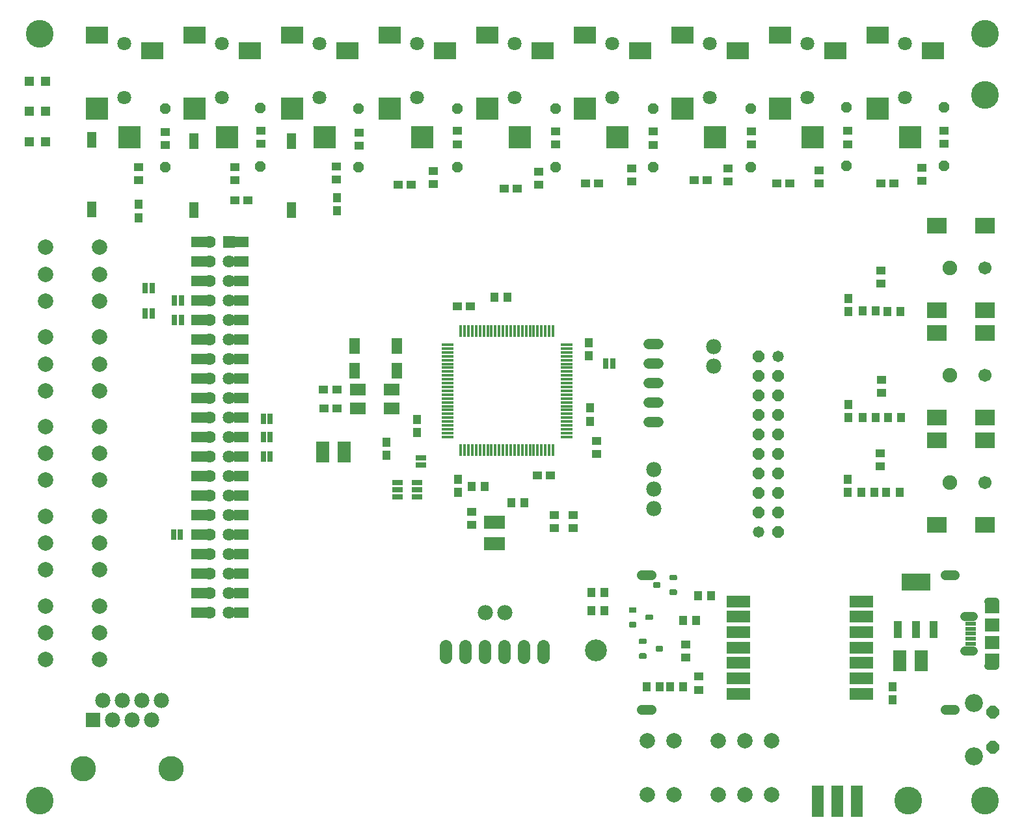
<source format=gts>
G04 EAGLE Gerber RS-274X export*
G75*
%MOMM*%
%FSLAX34Y34*%
%LPD*%
%INSoldermask Top*%
%IPPOS*%
%AMOC8*
5,1,8,0,0,1.08239X$1,22.5*%
G01*
%ADD10C,3.601600*%
%ADD11R,1.101600X2.201600*%
%ADD12R,3.801600X2.201600*%
%ADD13R,1.701600X2.801600*%
%ADD14R,2.801600X1.701600*%
%ADD15R,1.101600X1.201600*%
%ADD16R,1.201600X1.101600*%
%ADD17C,1.981200*%
%ADD18C,1.320800*%
%ADD19C,1.801600*%
%ADD20R,2.901600X2.301600*%
%ADD21R,2.901600X2.901600*%
%ADD22R,2.001600X1.501600*%
%ADD23R,1.301600X1.301600*%
%ADD24R,2.501600X2.101600*%
%ADD25C,1.701600*%
%ADD26C,1.901600*%
%ADD27R,0.736600X1.371600*%
%ADD28R,1.981200X1.981200*%
%ADD29C,3.301600*%
%ADD30R,1.601600X0.371600*%
%ADD31R,0.371600X1.601600*%
%ADD32P,1.759533X8X112.500000*%
%ADD33C,2.349500*%
%ADD34R,1.401600X2.001600*%
%ADD35R,3.101600X1.601600*%
%ADD36C,2.001600*%
%ADD37C,1.051600*%
%ADD38C,1.201600*%
%ADD39R,1.451600X0.501600*%
%ADD40R,1.900000X1.800000*%
%ADD41R,1.900000X1.575000*%
%ADD42C,1.473200*%
%ADD43P,1.594577X8X112.500000*%
%ADD44P,1.594577X8X292.500000*%
%ADD45R,1.625600X4.165600*%
%ADD46C,2.851600*%
%ADD47R,1.625600X1.625600*%
%ADD48C,1.625600*%
%ADD49R,1.879600X1.371600*%
%ADD50R,1.371600X0.660400*%
%ADD51R,1.371600X0.736600*%
%ADD52C,1.625600*%
%ADD53C,1.301600*%
%ADD54P,1.429621X8X112.500000*%
%ADD55R,1.193800X2.108200*%

G36*
X804377Y255385D02*
X804377Y255385D01*
X804378Y255384D01*
X804660Y255406D01*
X804664Y255410D01*
X804668Y255407D01*
X804942Y255473D01*
X804945Y255477D01*
X804949Y255475D01*
X805210Y255583D01*
X805213Y255588D01*
X805217Y255587D01*
X805458Y255735D01*
X805460Y255740D01*
X805464Y255739D01*
X805679Y255922D01*
X805680Y255928D01*
X805685Y255928D01*
X805868Y256143D01*
X805868Y256149D01*
X805872Y256149D01*
X806020Y256390D01*
X806020Y256396D01*
X806024Y256397D01*
X806132Y256658D01*
X806130Y256664D01*
X806134Y256665D01*
X806200Y256939D01*
X806198Y256944D01*
X806200Y256946D01*
X806201Y256947D01*
X806223Y257229D01*
X806222Y257232D01*
X806223Y257233D01*
X806201Y261015D01*
X806196Y261022D01*
X806200Y261026D01*
X806134Y261300D01*
X806130Y261304D01*
X806132Y261308D01*
X806024Y261569D01*
X806019Y261572D01*
X806020Y261576D01*
X805872Y261817D01*
X805867Y261819D01*
X805868Y261823D01*
X805685Y262038D01*
X805679Y262039D01*
X805679Y262043D01*
X805464Y262226D01*
X805458Y262227D01*
X805458Y262231D01*
X805217Y262379D01*
X805211Y262378D01*
X805210Y262382D01*
X804949Y262490D01*
X804943Y262489D01*
X804942Y262493D01*
X804668Y262559D01*
X804662Y262556D01*
X804660Y262560D01*
X804378Y262582D01*
X804376Y262580D01*
X804374Y262582D01*
X798374Y262582D01*
X798372Y262580D01*
X798370Y262582D01*
X798088Y262560D01*
X798084Y262556D01*
X798081Y262559D01*
X797807Y262493D01*
X797803Y262488D01*
X797799Y262490D01*
X797538Y262382D01*
X797535Y262377D01*
X797531Y262379D01*
X797290Y262231D01*
X797288Y262225D01*
X797284Y262226D01*
X797069Y262043D01*
X797068Y262037D01*
X797064Y262038D01*
X796881Y261823D01*
X796880Y261817D01*
X796876Y261817D01*
X796728Y261576D01*
X796729Y261570D01*
X796725Y261569D01*
X796617Y261308D01*
X796617Y261307D01*
X796617Y261306D01*
X796618Y261302D01*
X796614Y261300D01*
X796548Y261026D01*
X796551Y261021D01*
X796547Y261019D01*
X796525Y260737D01*
X796527Y260734D01*
X796525Y260732D01*
X796547Y256950D01*
X796552Y256944D01*
X796548Y256939D01*
X796614Y256665D01*
X796619Y256662D01*
X796617Y256658D01*
X796725Y256397D01*
X796730Y256394D01*
X796728Y256390D01*
X796876Y256149D01*
X796882Y256147D01*
X796881Y256143D01*
X797064Y255928D01*
X797070Y255927D01*
X797069Y255922D01*
X797284Y255739D01*
X797290Y255739D01*
X797290Y255735D01*
X797531Y255587D01*
X797537Y255587D01*
X797538Y255583D01*
X797799Y255475D01*
X797805Y255477D01*
X797807Y255473D01*
X798081Y255407D01*
X798086Y255409D01*
X798088Y255406D01*
X798370Y255384D01*
X798373Y255385D01*
X798374Y255383D01*
X804374Y255383D01*
X804377Y255385D01*
G37*
G36*
X835623Y307148D02*
X835623Y307148D01*
X835624Y307146D01*
X835906Y307168D01*
X835911Y307172D01*
X835914Y307169D01*
X836188Y307235D01*
X836192Y307240D01*
X836195Y307238D01*
X836456Y307346D01*
X836459Y307351D01*
X836463Y307349D01*
X836704Y307497D01*
X836706Y307503D01*
X836710Y307502D01*
X836925Y307685D01*
X836927Y307691D01*
X836931Y307690D01*
X837114Y307905D01*
X837114Y307911D01*
X837118Y307912D01*
X837266Y308153D01*
X837266Y308158D01*
X837270Y308159D01*
X837378Y308420D01*
X837376Y308426D01*
X837380Y308428D01*
X837446Y308702D01*
X837444Y308707D01*
X837446Y308709D01*
X837447Y308709D01*
X837469Y308991D01*
X837468Y308994D01*
X837470Y308996D01*
X837448Y312778D01*
X837442Y312784D01*
X837446Y312789D01*
X837380Y313063D01*
X837376Y313067D01*
X837378Y313070D01*
X837270Y313331D01*
X837265Y313334D01*
X837266Y313338D01*
X837118Y313579D01*
X837113Y313581D01*
X837114Y313585D01*
X836931Y313800D01*
X836925Y313802D01*
X836925Y313806D01*
X836710Y313989D01*
X836705Y313989D01*
X836704Y313993D01*
X836463Y314141D01*
X836457Y314141D01*
X836456Y314145D01*
X836195Y314253D01*
X836190Y314251D01*
X836188Y314255D01*
X835914Y314321D01*
X835908Y314319D01*
X835906Y314322D01*
X835624Y314344D01*
X835622Y314343D01*
X835620Y314345D01*
X829620Y314345D01*
X829618Y314343D01*
X829617Y314344D01*
X829335Y314322D01*
X829330Y314318D01*
X829327Y314321D01*
X829053Y314255D01*
X829049Y314251D01*
X829046Y314253D01*
X828785Y314145D01*
X828782Y314140D01*
X828778Y314141D01*
X828537Y313993D01*
X828534Y313988D01*
X828530Y313989D01*
X828315Y313806D01*
X828314Y313800D01*
X828310Y313800D01*
X828127Y313585D01*
X828127Y313579D01*
X828122Y313579D01*
X827974Y313338D01*
X827975Y313332D01*
X827971Y313331D01*
X827863Y313070D01*
X827863Y313069D01*
X827864Y313065D01*
X827860Y313063D01*
X827794Y312789D01*
X827797Y312783D01*
X827793Y312781D01*
X827771Y312499D01*
X827773Y312496D01*
X827771Y312495D01*
X827793Y308713D01*
X827798Y308706D01*
X827794Y308702D01*
X827860Y308428D01*
X827865Y308424D01*
X827863Y308420D01*
X827971Y308159D01*
X827976Y308156D01*
X827974Y308153D01*
X828122Y307912D01*
X828128Y307909D01*
X828127Y307905D01*
X828310Y307690D01*
X828316Y307689D01*
X828315Y307685D01*
X828530Y307502D01*
X828536Y307501D01*
X828537Y307497D01*
X828778Y307349D01*
X828783Y307350D01*
X828785Y307346D01*
X829046Y307238D01*
X829051Y307239D01*
X829053Y307235D01*
X829327Y307169D01*
X829332Y307172D01*
X829335Y307168D01*
X829617Y307146D01*
X829619Y307148D01*
X829620Y307146D01*
X835620Y307146D01*
X835623Y307148D01*
G37*
G36*
X857123Y297648D02*
X857123Y297648D01*
X857124Y297646D01*
X857406Y297668D01*
X857411Y297672D01*
X857414Y297669D01*
X857688Y297735D01*
X857692Y297740D01*
X857695Y297738D01*
X857956Y297846D01*
X857959Y297851D01*
X857963Y297849D01*
X858204Y297997D01*
X858206Y298003D01*
X858210Y298002D01*
X858425Y298185D01*
X858427Y298191D01*
X858431Y298190D01*
X858614Y298405D01*
X858614Y298411D01*
X858618Y298412D01*
X858766Y298653D01*
X858766Y298658D01*
X858770Y298659D01*
X858878Y298920D01*
X858876Y298926D01*
X858880Y298928D01*
X858946Y299202D01*
X858944Y299207D01*
X858946Y299209D01*
X858947Y299209D01*
X858969Y299491D01*
X858968Y299494D01*
X858970Y299496D01*
X858948Y303278D01*
X858942Y303284D01*
X858946Y303289D01*
X858880Y303563D01*
X858876Y303567D01*
X858878Y303570D01*
X858770Y303831D01*
X858765Y303834D01*
X858766Y303838D01*
X858618Y304079D01*
X858613Y304081D01*
X858614Y304085D01*
X858431Y304300D01*
X858425Y304302D01*
X858425Y304306D01*
X858210Y304489D01*
X858205Y304489D01*
X858204Y304493D01*
X857963Y304641D01*
X857957Y304641D01*
X857956Y304645D01*
X857695Y304753D01*
X857690Y304751D01*
X857688Y304755D01*
X857414Y304821D01*
X857408Y304819D01*
X857406Y304822D01*
X857124Y304844D01*
X857122Y304843D01*
X857120Y304845D01*
X851120Y304845D01*
X851118Y304843D01*
X851117Y304844D01*
X850835Y304822D01*
X850830Y304818D01*
X850827Y304821D01*
X850553Y304755D01*
X850549Y304751D01*
X850546Y304753D01*
X850285Y304645D01*
X850282Y304640D01*
X850278Y304641D01*
X850037Y304493D01*
X850034Y304488D01*
X850030Y304489D01*
X849815Y304306D01*
X849814Y304300D01*
X849810Y304300D01*
X849627Y304085D01*
X849627Y304079D01*
X849622Y304079D01*
X849474Y303838D01*
X849475Y303832D01*
X849471Y303831D01*
X849363Y303570D01*
X849363Y303569D01*
X849364Y303565D01*
X849360Y303563D01*
X849294Y303289D01*
X849297Y303283D01*
X849293Y303281D01*
X849271Y302999D01*
X849273Y302996D01*
X849271Y302995D01*
X849293Y299213D01*
X849298Y299206D01*
X849294Y299202D01*
X849360Y298928D01*
X849365Y298924D01*
X849363Y298920D01*
X849471Y298659D01*
X849476Y298656D01*
X849474Y298653D01*
X849622Y298412D01*
X849628Y298409D01*
X849627Y298405D01*
X849810Y298190D01*
X849816Y298189D01*
X849815Y298185D01*
X850030Y298002D01*
X850036Y298001D01*
X850037Y297997D01*
X850278Y297849D01*
X850283Y297850D01*
X850285Y297846D01*
X850546Y297738D01*
X850551Y297739D01*
X850553Y297735D01*
X850827Y297669D01*
X850832Y297672D01*
X850835Y297668D01*
X851117Y297646D01*
X851119Y297648D01*
X851120Y297646D01*
X857120Y297646D01*
X857123Y297648D01*
G37*
G36*
X804377Y274385D02*
X804377Y274385D01*
X804378Y274384D01*
X804660Y274406D01*
X804664Y274410D01*
X804668Y274407D01*
X804942Y274473D01*
X804945Y274477D01*
X804949Y274475D01*
X805210Y274583D01*
X805213Y274588D01*
X805217Y274587D01*
X805458Y274735D01*
X805460Y274740D01*
X805464Y274739D01*
X805679Y274922D01*
X805680Y274928D01*
X805685Y274928D01*
X805868Y275143D01*
X805868Y275149D01*
X805872Y275149D01*
X806020Y275390D01*
X806020Y275396D01*
X806024Y275397D01*
X806132Y275658D01*
X806130Y275664D01*
X806134Y275665D01*
X806200Y275939D01*
X806198Y275944D01*
X806200Y275946D01*
X806201Y275947D01*
X806223Y276229D01*
X806222Y276232D01*
X806223Y276233D01*
X806201Y280015D01*
X806196Y280022D01*
X806200Y280026D01*
X806134Y280300D01*
X806130Y280304D01*
X806132Y280308D01*
X806024Y280569D01*
X806019Y280572D01*
X806020Y280576D01*
X805872Y280817D01*
X805867Y280819D01*
X805868Y280823D01*
X805685Y281038D01*
X805679Y281039D01*
X805679Y281043D01*
X805464Y281226D01*
X805458Y281227D01*
X805458Y281231D01*
X805217Y281379D01*
X805211Y281378D01*
X805210Y281382D01*
X804949Y281490D01*
X804943Y281489D01*
X804942Y281493D01*
X804668Y281559D01*
X804662Y281556D01*
X804660Y281560D01*
X804378Y281582D01*
X804376Y281580D01*
X804374Y281582D01*
X798374Y281582D01*
X798372Y281580D01*
X798370Y281582D01*
X798088Y281560D01*
X798084Y281556D01*
X798081Y281559D01*
X797807Y281493D01*
X797803Y281488D01*
X797799Y281490D01*
X797538Y281382D01*
X797535Y281377D01*
X797531Y281379D01*
X797290Y281231D01*
X797288Y281225D01*
X797284Y281226D01*
X797069Y281043D01*
X797068Y281037D01*
X797064Y281038D01*
X796881Y280823D01*
X796880Y280817D01*
X796876Y280817D01*
X796728Y280576D01*
X796729Y280570D01*
X796725Y280569D01*
X796617Y280308D01*
X796617Y280307D01*
X796617Y280306D01*
X796618Y280302D01*
X796614Y280300D01*
X796548Y280026D01*
X796551Y280021D01*
X796547Y280019D01*
X796525Y279737D01*
X796527Y279734D01*
X796525Y279732D01*
X796547Y275950D01*
X796552Y275944D01*
X796548Y275939D01*
X796614Y275665D01*
X796619Y275662D01*
X796617Y275658D01*
X796725Y275397D01*
X796730Y275394D01*
X796728Y275390D01*
X796876Y275149D01*
X796882Y275147D01*
X796881Y275143D01*
X797064Y274928D01*
X797070Y274927D01*
X797069Y274922D01*
X797284Y274739D01*
X797290Y274739D01*
X797290Y274735D01*
X797531Y274587D01*
X797537Y274587D01*
X797538Y274583D01*
X797799Y274475D01*
X797805Y274477D01*
X797807Y274473D01*
X798081Y274407D01*
X798086Y274409D01*
X798088Y274406D01*
X798370Y274384D01*
X798373Y274385D01*
X798374Y274383D01*
X804374Y274383D01*
X804377Y274385D01*
G37*
G36*
X825877Y264885D02*
X825877Y264885D01*
X825878Y264884D01*
X826160Y264906D01*
X826164Y264910D01*
X826168Y264907D01*
X826442Y264973D01*
X826445Y264977D01*
X826449Y264975D01*
X826710Y265083D01*
X826713Y265088D01*
X826717Y265087D01*
X826958Y265235D01*
X826960Y265240D01*
X826964Y265239D01*
X827179Y265422D01*
X827180Y265428D01*
X827185Y265428D01*
X827368Y265643D01*
X827368Y265649D01*
X827372Y265649D01*
X827520Y265890D01*
X827520Y265896D01*
X827524Y265897D01*
X827632Y266158D01*
X827630Y266164D01*
X827634Y266165D01*
X827700Y266439D01*
X827698Y266444D01*
X827700Y266446D01*
X827701Y266447D01*
X827723Y266729D01*
X827722Y266732D01*
X827723Y266733D01*
X827701Y270515D01*
X827696Y270522D01*
X827700Y270526D01*
X827634Y270800D01*
X827630Y270804D01*
X827632Y270808D01*
X827524Y271069D01*
X827519Y271072D01*
X827520Y271076D01*
X827372Y271317D01*
X827367Y271319D01*
X827368Y271323D01*
X827185Y271538D01*
X827179Y271539D01*
X827179Y271543D01*
X826964Y271726D01*
X826958Y271727D01*
X826958Y271731D01*
X826717Y271879D01*
X826711Y271878D01*
X826710Y271882D01*
X826449Y271990D01*
X826443Y271989D01*
X826442Y271993D01*
X826168Y272059D01*
X826162Y272056D01*
X826160Y272060D01*
X825878Y272082D01*
X825876Y272080D01*
X825874Y272082D01*
X819874Y272082D01*
X819872Y272080D01*
X819870Y272082D01*
X819588Y272060D01*
X819584Y272056D01*
X819581Y272059D01*
X819307Y271993D01*
X819303Y271988D01*
X819299Y271990D01*
X819038Y271882D01*
X819035Y271877D01*
X819031Y271879D01*
X818790Y271731D01*
X818788Y271725D01*
X818784Y271726D01*
X818569Y271543D01*
X818568Y271537D01*
X818564Y271538D01*
X818381Y271323D01*
X818380Y271317D01*
X818376Y271317D01*
X818228Y271076D01*
X818229Y271070D01*
X818225Y271069D01*
X818117Y270808D01*
X818117Y270807D01*
X818117Y270806D01*
X818118Y270802D01*
X818114Y270800D01*
X818048Y270526D01*
X818051Y270521D01*
X818047Y270519D01*
X818025Y270237D01*
X818027Y270234D01*
X818025Y270232D01*
X818047Y266450D01*
X818052Y266444D01*
X818048Y266439D01*
X818114Y266165D01*
X818119Y266162D01*
X818117Y266158D01*
X818225Y265897D01*
X818230Y265894D01*
X818228Y265890D01*
X818376Y265649D01*
X818382Y265647D01*
X818381Y265643D01*
X818564Y265428D01*
X818570Y265427D01*
X818569Y265422D01*
X818784Y265239D01*
X818790Y265239D01*
X818790Y265235D01*
X819031Y265087D01*
X819037Y265087D01*
X819038Y265083D01*
X819299Y264975D01*
X819305Y264977D01*
X819307Y264973D01*
X819581Y264907D01*
X819586Y264909D01*
X819588Y264906D01*
X819870Y264884D01*
X819873Y264885D01*
X819874Y264883D01*
X825874Y264883D01*
X825877Y264885D01*
G37*
G36*
X857123Y316648D02*
X857123Y316648D01*
X857124Y316646D01*
X857406Y316668D01*
X857411Y316672D01*
X857414Y316669D01*
X857688Y316735D01*
X857692Y316740D01*
X857695Y316738D01*
X857956Y316846D01*
X857959Y316851D01*
X857963Y316849D01*
X858204Y316997D01*
X858206Y317003D01*
X858210Y317002D01*
X858425Y317185D01*
X858427Y317191D01*
X858431Y317190D01*
X858614Y317405D01*
X858614Y317411D01*
X858618Y317412D01*
X858766Y317653D01*
X858766Y317658D01*
X858770Y317659D01*
X858878Y317920D01*
X858876Y317926D01*
X858880Y317928D01*
X858946Y318202D01*
X858944Y318207D01*
X858946Y318209D01*
X858947Y318209D01*
X858969Y318491D01*
X858968Y318494D01*
X858970Y318496D01*
X858948Y322278D01*
X858942Y322284D01*
X858946Y322289D01*
X858880Y322563D01*
X858876Y322567D01*
X858878Y322570D01*
X858770Y322831D01*
X858765Y322834D01*
X858766Y322838D01*
X858618Y323079D01*
X858613Y323081D01*
X858614Y323085D01*
X858431Y323300D01*
X858425Y323302D01*
X858425Y323306D01*
X858210Y323489D01*
X858205Y323489D01*
X858204Y323493D01*
X857963Y323641D01*
X857957Y323641D01*
X857956Y323645D01*
X857695Y323753D01*
X857690Y323751D01*
X857688Y323755D01*
X857414Y323821D01*
X857408Y323819D01*
X857406Y323822D01*
X857124Y323844D01*
X857122Y323843D01*
X857120Y323845D01*
X851120Y323845D01*
X851118Y323843D01*
X851117Y323844D01*
X850835Y323822D01*
X850830Y323818D01*
X850827Y323821D01*
X850553Y323755D01*
X850549Y323751D01*
X850546Y323753D01*
X850285Y323645D01*
X850282Y323640D01*
X850278Y323641D01*
X850037Y323493D01*
X850034Y323488D01*
X850030Y323489D01*
X849815Y323306D01*
X849814Y323300D01*
X849810Y323300D01*
X849627Y323085D01*
X849627Y323079D01*
X849622Y323079D01*
X849474Y322838D01*
X849475Y322832D01*
X849471Y322831D01*
X849363Y322570D01*
X849363Y322569D01*
X849364Y322565D01*
X849360Y322563D01*
X849294Y322289D01*
X849297Y322283D01*
X849293Y322281D01*
X849271Y321999D01*
X849273Y321996D01*
X849271Y321995D01*
X849293Y318213D01*
X849298Y318206D01*
X849294Y318202D01*
X849360Y317928D01*
X849365Y317924D01*
X849363Y317920D01*
X849471Y317659D01*
X849476Y317656D01*
X849474Y317653D01*
X849622Y317412D01*
X849628Y317409D01*
X849627Y317405D01*
X849810Y317190D01*
X849816Y317189D01*
X849815Y317185D01*
X850030Y317002D01*
X850036Y317001D01*
X850037Y316997D01*
X850278Y316849D01*
X850283Y316850D01*
X850285Y316846D01*
X850546Y316738D01*
X850551Y316739D01*
X850553Y316735D01*
X850827Y316669D01*
X850832Y316672D01*
X850835Y316668D01*
X851117Y316646D01*
X851119Y316648D01*
X851120Y316646D01*
X857120Y316646D01*
X857123Y316648D01*
G37*
G36*
X817411Y233578D02*
X817411Y233578D01*
X817413Y233576D01*
X817695Y233598D01*
X817699Y233602D01*
X817702Y233599D01*
X817976Y233665D01*
X817980Y233670D01*
X817984Y233668D01*
X818245Y233776D01*
X818248Y233781D01*
X818251Y233779D01*
X818492Y233927D01*
X818495Y233933D01*
X818499Y233932D01*
X818714Y234115D01*
X818715Y234121D01*
X818719Y234120D01*
X818902Y234335D01*
X818903Y234341D01*
X818907Y234341D01*
X819055Y234582D01*
X819054Y234588D01*
X819058Y234589D01*
X819166Y234850D01*
X819165Y234856D01*
X819169Y234858D01*
X819235Y235132D01*
X819232Y235137D01*
X819235Y235139D01*
X819236Y235139D01*
X819258Y235421D01*
X819256Y235424D01*
X819258Y235426D01*
X819236Y239208D01*
X819231Y239214D01*
X819235Y239219D01*
X819169Y239493D01*
X819164Y239496D01*
X819166Y239500D01*
X819058Y239761D01*
X819053Y239764D01*
X819055Y239768D01*
X818907Y240009D01*
X818901Y240011D01*
X818902Y240015D01*
X818719Y240230D01*
X818713Y240231D01*
X818714Y240236D01*
X818499Y240419D01*
X818493Y240419D01*
X818492Y240423D01*
X818251Y240571D01*
X818246Y240571D01*
X818245Y240575D01*
X817984Y240683D01*
X817978Y240681D01*
X817976Y240685D01*
X817702Y240751D01*
X817697Y240749D01*
X817695Y240752D01*
X817413Y240774D01*
X817410Y240773D01*
X817409Y240775D01*
X811409Y240775D01*
X811406Y240773D01*
X811405Y240774D01*
X811123Y240752D01*
X811118Y240748D01*
X811115Y240751D01*
X810841Y240685D01*
X810837Y240681D01*
X810834Y240683D01*
X810573Y240575D01*
X810570Y240570D01*
X810566Y240571D01*
X810325Y240423D01*
X810323Y240418D01*
X810319Y240419D01*
X810104Y240236D01*
X810102Y240230D01*
X810098Y240230D01*
X809915Y240015D01*
X809915Y240009D01*
X809911Y240009D01*
X809763Y239768D01*
X809763Y239762D01*
X809759Y239761D01*
X809651Y239500D01*
X809651Y239499D01*
X809653Y239494D01*
X809649Y239493D01*
X809583Y239219D01*
X809585Y239213D01*
X809582Y239211D01*
X809560Y238929D01*
X809561Y238926D01*
X809559Y238925D01*
X809581Y235143D01*
X809587Y235136D01*
X809583Y235132D01*
X809649Y234858D01*
X809653Y234854D01*
X809651Y234850D01*
X809759Y234589D01*
X809764Y234586D01*
X809763Y234582D01*
X809911Y234341D01*
X809916Y234339D01*
X809915Y234335D01*
X810098Y234120D01*
X810104Y234119D01*
X810104Y234115D01*
X810319Y233932D01*
X810325Y233931D01*
X810325Y233927D01*
X810566Y233779D01*
X810572Y233780D01*
X810573Y233776D01*
X810834Y233668D01*
X810839Y233669D01*
X810841Y233665D01*
X811115Y233599D01*
X811121Y233602D01*
X811123Y233598D01*
X811405Y233576D01*
X811407Y233578D01*
X811409Y233576D01*
X817409Y233576D01*
X817411Y233578D01*
G37*
G36*
X838911Y224078D02*
X838911Y224078D01*
X838913Y224076D01*
X839195Y224098D01*
X839199Y224102D01*
X839202Y224099D01*
X839476Y224165D01*
X839480Y224170D01*
X839484Y224168D01*
X839745Y224276D01*
X839748Y224281D01*
X839751Y224279D01*
X839992Y224427D01*
X839995Y224433D01*
X839999Y224432D01*
X840214Y224615D01*
X840215Y224621D01*
X840219Y224620D01*
X840402Y224835D01*
X840403Y224841D01*
X840407Y224841D01*
X840555Y225082D01*
X840554Y225088D01*
X840558Y225089D01*
X840666Y225350D01*
X840665Y225356D01*
X840669Y225358D01*
X840735Y225632D01*
X840732Y225637D01*
X840735Y225639D01*
X840736Y225639D01*
X840758Y225921D01*
X840756Y225924D01*
X840758Y225926D01*
X840736Y229708D01*
X840731Y229714D01*
X840735Y229719D01*
X840669Y229993D01*
X840664Y229996D01*
X840666Y230000D01*
X840558Y230261D01*
X840553Y230264D01*
X840555Y230268D01*
X840407Y230509D01*
X840401Y230511D01*
X840402Y230515D01*
X840219Y230730D01*
X840213Y230731D01*
X840214Y230736D01*
X839999Y230919D01*
X839993Y230919D01*
X839992Y230923D01*
X839751Y231071D01*
X839746Y231071D01*
X839745Y231075D01*
X839484Y231183D01*
X839478Y231181D01*
X839476Y231185D01*
X839202Y231251D01*
X839197Y231249D01*
X839195Y231252D01*
X838913Y231274D01*
X838910Y231273D01*
X838909Y231275D01*
X832909Y231275D01*
X832906Y231273D01*
X832905Y231274D01*
X832623Y231252D01*
X832618Y231248D01*
X832615Y231251D01*
X832341Y231185D01*
X832337Y231181D01*
X832334Y231183D01*
X832073Y231075D01*
X832070Y231070D01*
X832066Y231071D01*
X831825Y230923D01*
X831823Y230918D01*
X831819Y230919D01*
X831604Y230736D01*
X831602Y230730D01*
X831598Y230730D01*
X831415Y230515D01*
X831415Y230509D01*
X831411Y230509D01*
X831263Y230268D01*
X831263Y230262D01*
X831259Y230261D01*
X831151Y230000D01*
X831151Y229999D01*
X831153Y229994D01*
X831149Y229993D01*
X831083Y229719D01*
X831085Y229713D01*
X831082Y229711D01*
X831060Y229429D01*
X831061Y229426D01*
X831059Y229425D01*
X831081Y225643D01*
X831087Y225636D01*
X831083Y225632D01*
X831149Y225358D01*
X831153Y225354D01*
X831151Y225350D01*
X831259Y225089D01*
X831264Y225086D01*
X831263Y225082D01*
X831411Y224841D01*
X831416Y224839D01*
X831415Y224835D01*
X831598Y224620D01*
X831604Y224619D01*
X831604Y224615D01*
X831819Y224432D01*
X831825Y224431D01*
X831825Y224427D01*
X832066Y224279D01*
X832072Y224280D01*
X832073Y224276D01*
X832334Y224168D01*
X832339Y224169D01*
X832341Y224165D01*
X832615Y224099D01*
X832621Y224102D01*
X832623Y224098D01*
X832905Y224076D01*
X832907Y224078D01*
X832909Y224076D01*
X838909Y224076D01*
X838911Y224078D01*
G37*
G36*
X817411Y214578D02*
X817411Y214578D01*
X817413Y214576D01*
X817695Y214598D01*
X817699Y214602D01*
X817702Y214599D01*
X817976Y214665D01*
X817980Y214670D01*
X817984Y214668D01*
X818245Y214776D01*
X818248Y214781D01*
X818251Y214779D01*
X818492Y214927D01*
X818495Y214933D01*
X818499Y214932D01*
X818714Y215115D01*
X818715Y215121D01*
X818719Y215120D01*
X818902Y215335D01*
X818903Y215341D01*
X818907Y215341D01*
X819055Y215582D01*
X819054Y215588D01*
X819058Y215589D01*
X819166Y215850D01*
X819165Y215856D01*
X819169Y215858D01*
X819235Y216132D01*
X819232Y216137D01*
X819235Y216139D01*
X819236Y216139D01*
X819258Y216421D01*
X819256Y216424D01*
X819258Y216426D01*
X819236Y220208D01*
X819231Y220214D01*
X819235Y220219D01*
X819169Y220493D01*
X819164Y220496D01*
X819166Y220500D01*
X819058Y220761D01*
X819053Y220764D01*
X819055Y220768D01*
X818907Y221009D01*
X818901Y221011D01*
X818902Y221015D01*
X818719Y221230D01*
X818713Y221231D01*
X818714Y221236D01*
X818499Y221419D01*
X818493Y221419D01*
X818492Y221423D01*
X818251Y221571D01*
X818246Y221571D01*
X818245Y221575D01*
X817984Y221683D01*
X817978Y221681D01*
X817976Y221685D01*
X817702Y221751D01*
X817697Y221749D01*
X817695Y221752D01*
X817413Y221774D01*
X817410Y221773D01*
X817409Y221775D01*
X811409Y221775D01*
X811406Y221773D01*
X811405Y221774D01*
X811123Y221752D01*
X811118Y221748D01*
X811115Y221751D01*
X810841Y221685D01*
X810837Y221681D01*
X810834Y221683D01*
X810573Y221575D01*
X810570Y221570D01*
X810566Y221571D01*
X810325Y221423D01*
X810323Y221418D01*
X810319Y221419D01*
X810104Y221236D01*
X810102Y221230D01*
X810098Y221230D01*
X809915Y221015D01*
X809915Y221009D01*
X809911Y221009D01*
X809763Y220768D01*
X809763Y220762D01*
X809759Y220761D01*
X809651Y220500D01*
X809651Y220499D01*
X809653Y220494D01*
X809649Y220493D01*
X809583Y220219D01*
X809585Y220213D01*
X809582Y220211D01*
X809560Y219929D01*
X809561Y219926D01*
X809559Y219925D01*
X809581Y216143D01*
X809587Y216136D01*
X809583Y216132D01*
X809649Y215858D01*
X809653Y215854D01*
X809651Y215850D01*
X809759Y215589D01*
X809764Y215586D01*
X809763Y215582D01*
X809911Y215341D01*
X809916Y215339D01*
X809915Y215335D01*
X810098Y215120D01*
X810104Y215119D01*
X810104Y215115D01*
X810319Y214932D01*
X810325Y214931D01*
X810325Y214927D01*
X810566Y214779D01*
X810572Y214780D01*
X810573Y214776D01*
X810834Y214668D01*
X810839Y214669D01*
X810841Y214665D01*
X811115Y214599D01*
X811121Y214602D01*
X811123Y214598D01*
X811405Y214576D01*
X811407Y214578D01*
X811409Y214576D01*
X817409Y214576D01*
X817411Y214578D01*
G37*
D10*
X1259500Y1028500D03*
X29500Y1028500D03*
X29500Y29500D03*
X1259500Y29500D03*
X1259500Y948500D03*
X1159500Y29500D03*
D11*
X1146725Y252531D03*
X1169725Y252531D03*
X1192725Y252531D03*
D12*
X1169725Y314531D03*
D13*
X1176545Y211719D03*
X1148545Y211719D03*
D14*
X621261Y364506D03*
X621261Y392506D03*
D15*
X520874Y526420D03*
X520874Y509420D03*
D16*
X677392Y453382D03*
X694392Y453382D03*
D15*
X743930Y608951D03*
X743930Y625951D03*
D16*
X590482Y673761D03*
X573482Y673761D03*
D17*
X906986Y620942D03*
X906986Y595542D03*
D15*
X621239Y685104D03*
X638239Y685104D03*
X480802Y479300D03*
X480802Y496300D03*
D18*
X822456Y624440D02*
X834648Y624440D01*
X834648Y599040D02*
X822456Y599040D01*
X822456Y573640D02*
X834648Y573640D01*
X834648Y548240D02*
X822456Y548240D01*
X822456Y522840D02*
X834648Y522840D01*
D19*
X139700Y1015376D03*
X139700Y945376D03*
D20*
X103700Y1026376D03*
X175700Y1006376D03*
D21*
X103700Y930376D03*
X146700Y893376D03*
D16*
X192718Y883669D03*
X192718Y900669D03*
X158124Y854526D03*
X158124Y837526D03*
D15*
X157854Y788894D03*
X157854Y805894D03*
D19*
X266700Y1015376D03*
X266700Y945376D03*
D20*
X230700Y1026376D03*
X302700Y1006376D03*
D21*
X230700Y930376D03*
X273700Y893376D03*
D16*
X317070Y885196D03*
X317070Y902196D03*
X283632Y854698D03*
X283632Y837698D03*
X300187Y811586D03*
X283187Y811586D03*
D19*
X393700Y1015376D03*
X393700Y945376D03*
D20*
X357700Y1026376D03*
X429700Y1006376D03*
D21*
X357700Y930376D03*
X400700Y893376D03*
D16*
X445214Y882675D03*
X445214Y899675D03*
X415880Y855059D03*
X415880Y838059D03*
D15*
X416313Y815105D03*
X416313Y798105D03*
X1117732Y667154D03*
X1100732Y667154D03*
X1081954Y683400D03*
X1081954Y666400D03*
D16*
X1123900Y703286D03*
X1123900Y720286D03*
D15*
X1149960Y666968D03*
X1132960Y666968D03*
X592078Y438512D03*
X609078Y438512D03*
D16*
X591610Y389076D03*
X591610Y406076D03*
D15*
X573581Y431348D03*
X573581Y448348D03*
D13*
X397526Y483364D03*
X425526Y483364D03*
D22*
X487373Y564863D03*
X443373Y564863D03*
X443373Y540863D03*
X487373Y540863D03*
D16*
X416138Y564726D03*
X399138Y564726D03*
X416141Y540440D03*
X399141Y540440D03*
D17*
X828424Y460555D03*
X828424Y435155D03*
X828424Y409755D03*
D15*
X745809Y540887D03*
X745809Y523887D03*
X660309Y417919D03*
X643309Y417919D03*
D16*
X754097Y480774D03*
X754097Y497774D03*
D23*
X16170Y887730D03*
X37170Y887730D03*
D24*
X1259355Y668204D03*
X1197355Y668204D03*
X1197355Y778204D03*
X1259355Y778204D03*
D25*
X1259355Y723204D03*
D26*
X1214355Y723204D03*
D27*
X775363Y598473D03*
X766363Y598473D03*
D19*
X774700Y1015376D03*
X774700Y945376D03*
D20*
X738700Y1026376D03*
X810700Y1006376D03*
D21*
X738700Y930376D03*
X781700Y893376D03*
D19*
X647700Y1015376D03*
X647700Y945376D03*
D20*
X611700Y1026376D03*
X683700Y1006376D03*
D21*
X611700Y930376D03*
X654700Y893376D03*
D19*
X520700Y1015376D03*
X520700Y945376D03*
D20*
X484700Y1026376D03*
X556700Y1006376D03*
D21*
X484700Y930376D03*
X527700Y893376D03*
D19*
X901700Y1015376D03*
X901700Y945376D03*
D20*
X865700Y1026376D03*
X937700Y1006376D03*
D21*
X865700Y930376D03*
X908700Y893376D03*
D19*
X1028700Y1015376D03*
X1028700Y945376D03*
D20*
X992700Y1026376D03*
X1064700Y1006376D03*
D21*
X992700Y930376D03*
X1035700Y893376D03*
D19*
X1155700Y1015376D03*
X1155700Y945376D03*
D20*
X1119700Y1026376D03*
X1191700Y1006376D03*
D21*
X1119700Y930376D03*
X1162700Y893376D03*
D24*
X1259355Y528504D03*
X1197355Y528504D03*
X1197355Y638504D03*
X1259355Y638504D03*
D25*
X1259355Y583504D03*
D26*
X1214355Y583504D03*
D24*
X1259355Y388804D03*
X1197355Y388804D03*
X1197355Y498804D03*
X1259355Y498804D03*
D25*
X1259355Y443804D03*
D26*
X1214355Y443804D03*
D17*
X187745Y160550D03*
X175045Y135150D03*
X162345Y160550D03*
X136945Y160550D03*
X111545Y160550D03*
X149645Y135150D03*
X124245Y135150D03*
D28*
X98845Y135150D03*
D29*
X86145Y71650D03*
X200445Y71650D03*
D30*
X715035Y623396D03*
X715035Y618396D03*
X715035Y613396D03*
X715035Y608396D03*
X715035Y603396D03*
X715035Y598396D03*
X715035Y593396D03*
X715035Y588396D03*
X715035Y583396D03*
X715035Y578396D03*
X715035Y573396D03*
X715035Y568396D03*
X715035Y563396D03*
X715035Y558396D03*
X715035Y553396D03*
X715035Y548396D03*
X715035Y543396D03*
X715035Y538396D03*
X715035Y533396D03*
X715035Y528396D03*
X715035Y523396D03*
X715035Y518396D03*
X715035Y513396D03*
X715035Y508396D03*
X715035Y503396D03*
X560035Y623396D03*
X560035Y618396D03*
X560035Y613396D03*
X560035Y608396D03*
X560035Y603396D03*
X560035Y598396D03*
X560035Y593396D03*
X560035Y588396D03*
X560035Y583396D03*
X560035Y578396D03*
X560035Y573396D03*
X560035Y568396D03*
X560035Y563396D03*
X560035Y558396D03*
X560035Y553396D03*
X560035Y548396D03*
X560035Y543396D03*
X560035Y538396D03*
X560035Y533396D03*
X560035Y528396D03*
X560035Y523396D03*
X560035Y518396D03*
X560035Y513396D03*
X560035Y508396D03*
X560035Y503396D03*
D31*
X577535Y485896D03*
X582535Y485896D03*
X587535Y485896D03*
X592535Y485896D03*
X597535Y485896D03*
X602535Y485896D03*
X607535Y485896D03*
X612535Y485896D03*
X617535Y485896D03*
X622535Y485896D03*
X627535Y485896D03*
X632535Y485896D03*
X637535Y485896D03*
X642535Y485896D03*
X647535Y485896D03*
X652535Y485896D03*
X657535Y485896D03*
X662535Y485896D03*
X667535Y485896D03*
X672535Y485896D03*
X677535Y485896D03*
X682535Y485896D03*
X687535Y485896D03*
X692535Y485896D03*
X697535Y485896D03*
X697535Y640896D03*
X692535Y640896D03*
X687535Y640896D03*
X682535Y640896D03*
X677535Y640896D03*
X672535Y640896D03*
X667535Y640896D03*
X662535Y640896D03*
X657535Y640896D03*
X652535Y640896D03*
X647535Y640896D03*
X642535Y640896D03*
X637535Y640896D03*
X632535Y640896D03*
X627535Y640896D03*
X622535Y640896D03*
X617535Y640896D03*
X612535Y640896D03*
X607535Y640896D03*
X602535Y640896D03*
X597535Y640896D03*
X592535Y640896D03*
X587535Y640896D03*
X582535Y640896D03*
X577535Y640896D03*
D32*
X1270020Y99535D03*
X1270020Y144747D03*
D33*
X1245128Y87089D03*
X1245128Y157193D03*
D15*
X1133679Y528200D03*
X1150679Y528200D03*
X1131453Y431546D03*
X1148453Y431546D03*
X1117806Y528482D03*
X1100806Y528482D03*
X1116031Y431299D03*
X1099031Y431299D03*
X1081989Y545856D03*
X1081989Y528856D03*
X1081033Y448484D03*
X1081033Y431484D03*
D16*
X1125160Y561099D03*
X1125160Y578099D03*
X1123773Y465058D03*
X1123773Y482058D03*
X573285Y884601D03*
X573285Y901601D03*
X541960Y849410D03*
X541960Y832410D03*
X513376Y831922D03*
X496376Y831922D03*
X700689Y884449D03*
X700689Y901449D03*
X679191Y848624D03*
X679191Y831624D03*
X651016Y826363D03*
X634016Y826363D03*
X827850Y883710D03*
X827850Y900710D03*
X799999Y852609D03*
X799999Y835609D03*
X756920Y833742D03*
X739920Y833742D03*
X955644Y884488D03*
X955644Y901488D03*
X925003Y852826D03*
X925003Y835826D03*
X881451Y837264D03*
X898451Y837264D03*
X1080724Y884576D03*
X1080724Y901576D03*
X1043750Y850084D03*
X1043750Y833084D03*
X988933Y833740D03*
X1005933Y833740D03*
X1206740Y885061D03*
X1206740Y902061D03*
X1177696Y854088D03*
X1177696Y837088D03*
X1124458Y833310D03*
X1141458Y833310D03*
D34*
X494414Y621791D03*
X439414Y621791D03*
X439414Y589791D03*
X494414Y589791D03*
D35*
X938578Y289170D03*
X938578Y269170D03*
X938578Y249170D03*
X938578Y229170D03*
X938578Y209170D03*
X938578Y189170D03*
X938578Y169170D03*
X1098578Y169170D03*
X1098578Y189170D03*
X1098578Y209170D03*
X1098578Y229170D03*
X1098578Y249170D03*
X1098578Y269170D03*
X1098578Y289170D03*
D36*
X37337Y750150D03*
X107337Y750150D03*
X37337Y715150D03*
X107337Y715150D03*
X37337Y680150D03*
X107337Y680150D03*
X37337Y633310D03*
X107337Y633310D03*
X37337Y598310D03*
X107337Y598310D03*
X37337Y563310D03*
X107337Y563310D03*
X819971Y37390D03*
X819971Y107390D03*
X854971Y37390D03*
X854971Y107390D03*
D37*
X1264180Y288893D02*
X1273680Y288893D01*
X1273680Y205393D02*
X1264180Y205393D01*
D38*
X1244430Y224893D02*
X1233430Y224893D01*
X1233430Y269393D02*
X1244430Y269393D01*
D39*
X1240930Y260143D03*
X1240930Y253643D03*
X1240930Y247143D03*
X1240930Y240643D03*
X1240930Y234143D03*
D40*
X1268930Y258643D03*
D41*
X1268930Y281018D03*
D40*
X1268930Y235643D03*
D41*
X1268930Y213268D03*
D16*
X723596Y384907D03*
X723596Y401907D03*
D23*
X16170Y927100D03*
X37170Y927100D03*
D16*
X699466Y401907D03*
X699466Y384907D03*
D23*
X16170Y966470D03*
X37170Y966470D03*
D42*
X965200Y379730D03*
D43*
X990600Y379730D03*
X965200Y405130D03*
X990600Y405130D03*
X965200Y430530D03*
X990600Y430530D03*
X965200Y455930D03*
X990600Y455930D03*
X965200Y481330D03*
X990600Y481330D03*
D42*
X990600Y608330D03*
D44*
X965200Y608330D03*
X990600Y582930D03*
X965200Y582930D03*
X990600Y557530D03*
X965200Y557530D03*
X990600Y532130D03*
X965200Y532130D03*
X990600Y506730D03*
X965200Y506730D03*
D45*
X1041831Y29274D03*
X1067231Y29274D03*
X1092631Y29274D03*
D46*
X753442Y225878D03*
D47*
X276142Y757178D03*
D48*
X250724Y757312D03*
X276124Y731912D03*
X250724Y731912D03*
X276124Y706512D03*
X250724Y706512D03*
X276124Y681112D03*
X250724Y681112D03*
X276124Y655712D03*
X250724Y655712D03*
X276124Y630312D03*
X250724Y630312D03*
X276124Y604912D03*
X250724Y604912D03*
X276124Y579512D03*
X250724Y579512D03*
X276124Y554112D03*
X250724Y554112D03*
X276124Y528712D03*
X250724Y528712D03*
X276124Y503312D03*
X250724Y503312D03*
X276124Y477912D03*
X250724Y477912D03*
X276124Y452512D03*
X250724Y452512D03*
X276124Y427112D03*
X250724Y427112D03*
X276124Y401712D03*
X250724Y401712D03*
X276124Y376312D03*
X250724Y376312D03*
X276124Y350912D03*
X250724Y350912D03*
X276124Y325512D03*
X250724Y325512D03*
X276124Y300112D03*
X250724Y300112D03*
X276124Y274712D03*
X250724Y274712D03*
D49*
X291899Y757173D03*
X236019Y757173D03*
X291899Y731773D03*
X236019Y731773D03*
X291899Y706373D03*
X236019Y706373D03*
X291899Y680973D03*
X236019Y680973D03*
X291899Y655573D03*
X236019Y655573D03*
X291899Y630173D03*
X236019Y630173D03*
X291899Y604773D03*
X236019Y604773D03*
X291899Y579373D03*
X236019Y579373D03*
X291899Y553973D03*
X236019Y553973D03*
X291899Y528573D03*
X236019Y528573D03*
X291899Y503173D03*
X236019Y503173D03*
X291899Y477773D03*
X236019Y477773D03*
X291899Y452373D03*
X236019Y452373D03*
X291899Y426973D03*
X236019Y426973D03*
X291899Y401573D03*
X236019Y401573D03*
X291899Y376173D03*
X236019Y376173D03*
X291899Y350773D03*
X236019Y350773D03*
X291899Y325373D03*
X236019Y325373D03*
X291899Y299973D03*
X236019Y299973D03*
X291899Y274573D03*
X236019Y274573D03*
D36*
X37337Y517030D03*
X107337Y517030D03*
X37337Y482030D03*
X107337Y482030D03*
X37337Y447030D03*
X107337Y447030D03*
X37337Y400190D03*
X107337Y400190D03*
X37337Y365190D03*
X107337Y365190D03*
X37337Y330190D03*
X107337Y330190D03*
X37337Y283350D03*
X107337Y283350D03*
X37337Y248350D03*
X107337Y248350D03*
X37337Y213350D03*
X107337Y213350D03*
D50*
X495046Y443738D03*
X495046Y434340D03*
X495046Y424942D03*
X520954Y424942D03*
X520954Y434340D03*
X520954Y443738D03*
D51*
X525636Y466827D03*
X525636Y475827D03*
D17*
X609600Y274320D03*
X635000Y274320D03*
D52*
X557530Y231140D02*
X557530Y215900D01*
X582930Y215900D02*
X582930Y231140D01*
X608330Y231140D02*
X608330Y215900D01*
X633730Y215900D02*
X633730Y231140D01*
X659130Y231140D02*
X659130Y215900D01*
X684530Y215900D02*
X684530Y231140D01*
D15*
X1139650Y178078D03*
X1139650Y161078D03*
D36*
X912420Y37390D03*
X912420Y107390D03*
X947420Y37390D03*
X947420Y107390D03*
X982420Y37390D03*
X982420Y107390D03*
D27*
X214050Y680720D03*
X205050Y680720D03*
X214050Y655320D03*
X205050Y655320D03*
X329620Y527050D03*
X320620Y527050D03*
X329620Y502920D03*
X320620Y502920D03*
X329620Y477520D03*
X320620Y477520D03*
X212780Y375920D03*
X203780Y375920D03*
D16*
X870324Y233073D03*
X870324Y216073D03*
D15*
X867110Y177740D03*
X850110Y177740D03*
X884179Y264649D03*
X867179Y264649D03*
D16*
X887528Y191217D03*
X887528Y174217D03*
D15*
X886588Y296607D03*
X903588Y296607D03*
X819387Y178061D03*
X836387Y178061D03*
X764531Y277207D03*
X747531Y277207D03*
X764458Y300559D03*
X747458Y300559D03*
D27*
X175950Y697230D03*
X166950Y697230D03*
X175950Y664210D03*
X166950Y664210D03*
D53*
X813150Y323850D02*
X825150Y323850D01*
X1208150Y323850D02*
X1220150Y323850D01*
X825150Y148850D02*
X813150Y148850D01*
X1208150Y148850D02*
X1220150Y148850D01*
D54*
X193040Y854710D03*
X193040Y930910D03*
X316230Y855153D03*
X316230Y931353D03*
X444500Y854710D03*
X444500Y930910D03*
X572770Y854710D03*
X572770Y930910D03*
X701040Y854710D03*
X701040Y930910D03*
X828040Y854710D03*
X828040Y930910D03*
X955040Y854710D03*
X955040Y930910D03*
X1079500Y855980D03*
X1079500Y932180D03*
X1206500Y855980D03*
X1206500Y932180D03*
D55*
X96905Y889835D03*
X96905Y799919D03*
X230367Y888319D03*
X230367Y798403D03*
X356870Y888238D03*
X356870Y798322D03*
M02*

</source>
